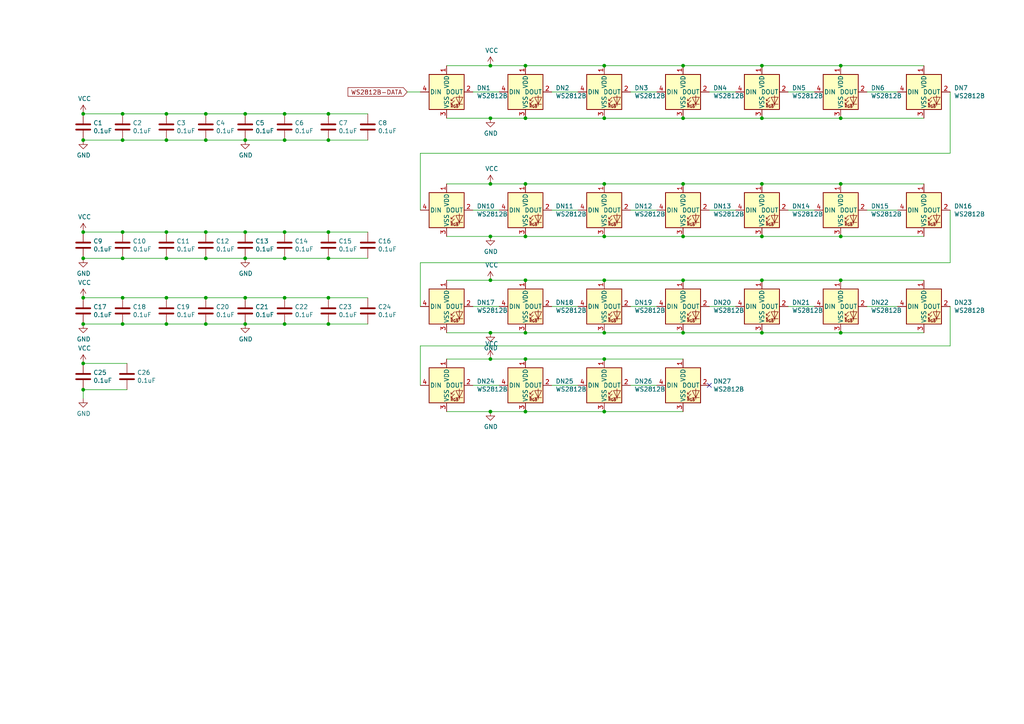
<source format=kicad_sch>
(kicad_sch (version 20211123) (generator eeschema)
  (paper "A4")
  (lib_symbols
    (symbol "Device:C" (pin_numbers hide) (pin_names (offset 0.254))
      (property "Reference" "C" (at 0.635 2.54 0))
      (property "Value" "C" (at 0.635 -2.54 0))
      (symbol "C_0_1"
        (polyline (pts (xy -2.032 -0.762) (xy 2.032 -0.762)) (stroke (width 0.508)))
        (polyline (pts (xy -2.032 0.762) (xy 2.032 0.762)) (stroke (width 0.508)))
      )
      (symbol "C_1_1"
        (pin passive line (at 0 3.81 270) (length 2.794) (name "~") (number "1"))
        (pin passive line (at 0 -3.81 90) (length 2.794) (name "~") (number "2"))
      )
    )
    (symbol "LED:WS2812B" (pin_names (offset 0.254))
      (property "Reference" "D" (at 5.08 5.715 0))
      (property "Value" "WS2812B" (at 1.27 -5.715 0))
      (symbol "WS2812B_0_0"
        (text "RGB" (at 2.286 -4.191 0) (effects (font (size 0.762 0.762))))
      )
      (symbol "WS2812B_0_1"
        (polyline (pts (xy 1.27 -3.556) (xy 1.778 -3.556)))
        (polyline (pts (xy 1.27 -2.54) (xy 1.778 -2.54)))
        (polyline (pts (xy 4.699 -3.556) (xy 2.667 -3.556)))
        (polyline (pts (xy 2.286 -2.54) (xy 1.27 -3.556) (xy 1.27 -3.048)))
        (polyline (pts (xy 2.286 -1.524) (xy 1.27 -2.54) (xy 1.27 -2.032)))
        (polyline (pts (xy 3.683 -1.016) (xy 3.683 -3.556) (xy 3.683 -4.064)))
        (polyline (pts (xy 4.699 -1.524) (xy 2.667 -1.524) (xy 3.683 -3.556) (xy 4.699 -1.524)))
        (rectangle (start 5.08 5.08) (end -5.08 -5.08) (stroke (width 0.254)) (fill (type background)))
      )
      (symbol "WS2812B_1_1"
        (pin power_in line (at 0 7.62 270) (length 2.54) (name "VDD") (number "1"))
        (pin output line (at 7.62 0 180) (length 2.54) (name "DOUT") (number "2"))
        (pin power_in line (at 0 -7.62 90) (length 2.54) (name "VSS") (number "3"))
        (pin input line (at -7.62 0 0) (length 2.54) (name "DIN") (number "4"))
      )
    )
    (symbol "power:GND" (power) (pin_names (offset 0))
      (property "Value" "GND" (at 0 -3.81 0))
      (symbol "GND_0_1"
        (polyline (pts (xy 0 0) (xy 0 -1.27) (xy 1.27 -1.27) (xy 0 -2.54) (xy -1.27 -1.27) (xy 0 -1.27)))
      )
      (symbol "GND_1_1"
        (pin power_in line (at 0 0 270) (length 0) hide (name "GND") (number "1"))
      )
    )
    (symbol "power:VCC" (power) (pin_names (offset 0))
      (property "Value" "VCC" (at 0 3.81 0))
      (symbol "VCC_0_1"
        (polyline (pts (xy -0.762 1.27) (xy 0 2.54)))
        (polyline (pts (xy 0 0) (xy 0 2.54)))
        (polyline (pts (xy 0 2.54) (xy 0.762 1.27)))
      )
      (symbol "VCC_1_1"
        (pin power_in line (at 0 0 90) (length 0) hide (name "VCC") (number "1"))
      )
    )
  )
  (junction (at 198.12 81.28))
  (junction (at 59.69 33.02))
  (junction (at 175.26 53.34))
  (junction (at 220.98 81.28))
  (junction (at 243.84 19.05))
  (junction (at 175.26 104.14))
  (junction (at 71.12 40.64))
  (junction (at 152.4 96.52))
  (junction (at 198.12 34.29))
  (junction (at 95.25 86.36))
  (junction (at 175.26 68.58))
  (junction (at 198.12 96.52))
  (junction (at 82.55 86.36))
  (junction (at 243.84 96.52))
  (junction (at 142.24 19.05))
  (junction (at 142.24 81.28))
  (junction (at 95.25 67.31))
  (junction (at 152.4 19.05))
  (junction (at 24.13 74.93))
  (junction (at 220.98 96.52))
  (junction (at 82.55 33.02))
  (junction (at 142.24 68.58))
  (junction (at 59.69 93.98))
  (junction (at 243.84 68.58))
  (junction (at 142.24 104.14))
  (junction (at 175.26 119.38))
  (junction (at 48.26 86.36))
  (junction (at 35.56 74.93))
  (junction (at 82.55 40.64))
  (junction (at 142.24 53.34))
  (junction (at 48.26 74.93))
  (junction (at 82.55 93.98))
  (junction (at 35.56 86.36))
  (junction (at 82.55 67.31))
  (junction (at 24.13 93.98))
  (junction (at 220.98 53.34))
  (junction (at 24.13 105.41))
  (junction (at 71.12 74.93))
  (junction (at 59.69 74.93))
  (junction (at 48.26 40.64))
  (junction (at 24.13 33.02))
  (junction (at 35.56 93.98))
  (junction (at 152.4 119.38))
  (junction (at 198.12 68.58))
  (junction (at 175.26 81.28))
  (junction (at 220.98 68.58))
  (junction (at 175.26 19.05))
  (junction (at 142.24 96.52))
  (junction (at 82.55 74.93))
  (junction (at 24.13 113.03))
  (junction (at 175.26 34.29))
  (junction (at 48.26 93.98))
  (junction (at 71.12 93.98))
  (junction (at 220.98 34.29))
  (junction (at 95.25 93.98))
  (junction (at 35.56 33.02))
  (junction (at 152.4 53.34))
  (junction (at 198.12 53.34))
  (junction (at 24.13 67.31))
  (junction (at 59.69 86.36))
  (junction (at 24.13 40.64))
  (junction (at 198.12 19.05))
  (junction (at 152.4 68.58))
  (junction (at 95.25 40.64))
  (junction (at 95.25 33.02))
  (junction (at 48.26 67.31))
  (junction (at 152.4 104.14))
  (junction (at 220.98 19.05))
  (junction (at 59.69 40.64))
  (junction (at 142.24 119.38))
  (junction (at 71.12 86.36))
  (junction (at 71.12 33.02))
  (junction (at 152.4 81.28))
  (junction (at 24.13 86.36))
  (junction (at 152.4 34.29))
  (junction (at 175.26 96.52))
  (junction (at 59.69 67.31))
  (junction (at 243.84 53.34))
  (junction (at 48.26 33.02))
  (junction (at 95.25 74.93))
  (junction (at 243.84 34.29))
  (junction (at 71.12 67.31))
  (junction (at 35.56 40.64))
  (junction (at 243.84 81.28))
  (junction (at 35.56 67.31))
  (junction (at 142.24 34.29))
  (no_connect (at 205.74 111.76))
  (wire (pts (xy 59.69 40.64) (xy 48.26 40.64)))
  (wire (pts (xy 152.4 34.29) (xy 175.26 34.29)))
  (wire (pts (xy 205.74 88.9) (xy 213.36 88.9)))
  (wire (pts (xy 182.88 88.9) (xy 190.5 88.9)))
  (wire (pts (xy 95.25 33.02) (xy 106.68 33.02)))
  (wire (pts (xy 152.4 119.38) (xy 175.26 119.38)))
  (wire (pts (xy 71.12 40.64) (xy 59.69 40.64)))
  (wire (pts (xy 82.55 67.31) (xy 95.25 67.31)))
  (wire (pts (xy 35.56 67.31) (xy 48.26 67.31)))
  (wire (pts (xy 48.26 74.93) (xy 35.56 74.93)))
  (wire (pts (xy 175.26 119.38) (xy 198.12 119.38)))
  (wire (pts (xy 243.84 96.52) (xy 267.97 96.52)))
  (wire (pts (xy 243.84 19.05) (xy 267.97 19.05)))
  (wire (pts (xy 198.12 19.05) (xy 175.26 19.05)))
  (wire (pts (xy 129.54 81.28) (xy 142.24 81.28)))
  (wire (pts (xy 35.56 40.64) (xy 24.13 40.64)))
  (wire (pts (xy 142.24 104.14) (xy 152.4 104.14)))
  (wire (pts (xy 82.55 33.02) (xy 95.25 33.02)))
  (wire (pts (xy 220.98 96.52) (xy 198.12 96.52)))
  (wire (pts (xy 142.24 34.29) (xy 152.4 34.29)))
  (wire (pts (xy 106.68 93.98) (xy 95.25 93.98)))
  (wire (pts (xy 137.16 26.67) (xy 144.78 26.67)))
  (wire (pts (xy 129.54 96.52) (xy 142.24 96.52)))
  (wire (pts (xy 228.6 60.96) (xy 236.22 60.96)))
  (wire (pts (xy 71.12 93.98) (xy 59.69 93.98)))
  (wire (pts (xy 121.92 44.45) (xy 121.92 60.96)))
  (wire (pts (xy 198.12 104.14) (xy 175.26 104.14)))
  (wire (pts (xy 95.25 40.64) (xy 82.55 40.64)))
  (wire (pts (xy 48.26 86.36) (xy 59.69 86.36)))
  (wire (pts (xy 129.54 119.38) (xy 142.24 119.38)))
  (wire (pts (xy 106.68 74.93) (xy 95.25 74.93)))
  (wire (pts (xy 175.26 96.52) (xy 198.12 96.52)))
  (wire (pts (xy 59.69 33.02) (xy 71.12 33.02)))
  (wire (pts (xy 121.92 88.9) (xy 121.92 76.2)))
  (wire (pts (xy 251.46 26.67) (xy 260.35 26.67)))
  (wire (pts (xy 198.12 19.05) (xy 220.98 19.05)))
  (wire (pts (xy 129.54 68.58) (xy 142.24 68.58)))
  (wire (pts (xy 160.02 60.96) (xy 167.64 60.96)))
  (wire (pts (xy 142.24 19.05) (xy 152.4 19.05)))
  (wire (pts (xy 243.84 34.29) (xy 220.98 34.29)))
  (wire (pts (xy 137.16 88.9) (xy 144.78 88.9)))
  (wire (pts (xy 121.92 44.45) (xy 275.59 44.45)))
  (wire (pts (xy 142.24 81.28) (xy 152.4 81.28)))
  (wire (pts (xy 24.13 33.02) (xy 35.56 33.02)))
  (wire (pts (xy 59.69 86.36) (xy 71.12 86.36)))
  (wire (pts (xy 142.24 68.58) (xy 152.4 68.58)))
  (wire (pts (xy 243.84 68.58) (xy 220.98 68.58)))
  (wire (pts (xy 121.92 100.33) (xy 121.92 111.76)))
  (wire (pts (xy 228.6 26.67) (xy 236.22 26.67)))
  (wire (pts (xy 142.24 96.52) (xy 152.4 96.52)))
  (wire (pts (xy 152.4 81.28) (xy 175.26 81.28)))
  (wire (pts (xy 275.59 76.2) (xy 121.92 76.2)))
  (wire (pts (xy 35.56 74.93) (xy 24.13 74.93)))
  (wire (pts (xy 35.56 93.98) (xy 24.13 93.98)))
  (wire (pts (xy 198.12 81.28) (xy 175.26 81.28)))
  (wire (pts (xy 152.4 96.52) (xy 175.26 96.52)))
  (wire (pts (xy 95.25 67.31) (xy 106.68 67.31)))
  (wire (pts (xy 160.02 111.76) (xy 167.64 111.76)))
  (wire (pts (xy 243.84 53.34) (xy 267.97 53.34)))
  (wire (pts (xy 118.11 26.67) (xy 121.92 26.67)))
  (wire (pts (xy 142.24 119.38) (xy 152.4 119.38)))
  (wire (pts (xy 205.74 26.67) (xy 213.36 26.67)))
  (wire (pts (xy 48.26 40.64) (xy 35.56 40.64)))
  (wire (pts (xy 275.59 100.33) (xy 121.92 100.33)))
  (wire (pts (xy 59.69 74.93) (xy 48.26 74.93)))
  (wire (pts (xy 243.84 34.29) (xy 267.97 34.29)))
  (wire (pts (xy 182.88 26.67) (xy 190.5 26.67)))
  (wire (pts (xy 220.98 34.29) (xy 198.12 34.29)))
  (wire (pts (xy 71.12 67.31) (xy 82.55 67.31)))
  (wire (pts (xy 71.12 86.36) (xy 82.55 86.36)))
  (wire (pts (xy 129.54 34.29) (xy 142.24 34.29)))
  (wire (pts (xy 251.46 60.96) (xy 260.35 60.96)))
  (wire (pts (xy 152.4 53.34) (xy 175.26 53.34)))
  (wire (pts (xy 36.83 113.03) (xy 24.13 113.03)))
  (wire (pts (xy 175.26 34.29) (xy 198.12 34.29)))
  (wire (pts (xy 129.54 53.34) (xy 142.24 53.34)))
  (wire (pts (xy 275.59 88.9) (xy 275.59 100.33)))
  (wire (pts (xy 175.26 68.58) (xy 198.12 68.58)))
  (wire (pts (xy 205.74 60.96) (xy 213.36 60.96)))
  (wire (pts (xy 142.24 53.34) (xy 152.4 53.34)))
  (wire (pts (xy 260.35 88.9) (xy 251.46 88.9)))
  (wire (pts (xy 35.56 86.36) (xy 48.26 86.36)))
  (wire (pts (xy 48.26 93.98) (xy 35.56 93.98)))
  (wire (pts (xy 48.26 33.02) (xy 59.69 33.02)))
  (wire (pts (xy 82.55 40.64) (xy 71.12 40.64)))
  (wire (pts (xy 243.84 81.28) (xy 267.97 81.28)))
  (wire (pts (xy 129.54 104.14) (xy 142.24 104.14)))
  (wire (pts (xy 152.4 104.14) (xy 175.26 104.14)))
  (wire (pts (xy 24.13 115.57) (xy 24.13 113.03)))
  (wire (pts (xy 82.55 86.36) (xy 95.25 86.36)))
  (wire (pts (xy 35.56 33.02) (xy 48.26 33.02)))
  (wire (pts (xy 220.98 68.58) (xy 198.12 68.58)))
  (wire (pts (xy 106.68 40.64) (xy 95.25 40.64)))
  (wire (pts (xy 243.84 19.05) (xy 220.98 19.05)))
  (wire (pts (xy 137.16 111.76) (xy 144.78 111.76)))
  (wire (pts (xy 182.88 60.96) (xy 190.5 60.96)))
  (wire (pts (xy 152.4 68.58) (xy 175.26 68.58)))
  (wire (pts (xy 129.54 19.05) (xy 142.24 19.05)))
  (wire (pts (xy 198.12 53.34) (xy 220.98 53.34)))
  (wire (pts (xy 243.84 96.52) (xy 220.98 96.52)))
  (wire (pts (xy 228.6 88.9) (xy 236.22 88.9)))
  (wire (pts (xy 24.13 67.31) (xy 35.56 67.31)))
  (wire (pts (xy 198.12 53.34) (xy 175.26 53.34)))
  (wire (pts (xy 82.55 74.93) (xy 71.12 74.93)))
  (wire (pts (xy 243.84 81.28) (xy 220.98 81.28)))
  (wire (pts (xy 95.25 93.98) (xy 82.55 93.98)))
  (wire (pts (xy 137.16 60.96) (xy 144.78 60.96)))
  (wire (pts (xy 59.69 93.98) (xy 48.26 93.98)))
  (wire (pts (xy 243.84 68.58) (xy 267.97 68.58)))
  (wire (pts (xy 24.13 86.36) (xy 35.56 86.36)))
  (wire (pts (xy 95.25 86.36) (xy 106.68 86.36)))
  (wire (pts (xy 152.4 19.05) (xy 175.26 19.05)))
  (wire (pts (xy 95.25 74.93) (xy 82.55 74.93)))
  (wire (pts (xy 198.12 81.28) (xy 220.98 81.28)))
  (wire (pts (xy 48.26 67.31) (xy 59.69 67.31)))
  (wire (pts (xy 160.02 26.67) (xy 167.64 26.67)))
  (wire (pts (xy 275.59 44.45) (xy 275.59 26.67)))
  (wire (pts (xy 82.55 93.98) (xy 71.12 93.98)))
  (wire (pts (xy 275.59 60.96) (xy 275.59 76.2)))
  (wire (pts (xy 59.69 67.31) (xy 71.12 67.31)))
  (wire (pts (xy 71.12 74.93) (xy 59.69 74.93)))
  (wire (pts (xy 36.83 105.41) (xy 24.13 105.41)))
  (wire (pts (xy 160.02 88.9) (xy 167.64 88.9)))
  (wire (pts (xy 71.12 33.02) (xy 82.55 33.02)))
  (wire (pts (xy 182.88 111.76) (xy 190.5 111.76)))
  (wire (pts (xy 243.84 53.34) (xy 220.98 53.34)))
  (global_label "WS2812B-DATA" (shape input) (at 118.11 26.67 180) (property "Intersheet References" "${INTERSHEET_REFS}" (effects hide)))
  (symbol (lib_id "power:GND") (at 24.13 115.57 0) (unit 1)
    (property "Reference" "#PWR016" (effects hide))
    (property "Value" "GND" (at 24.257 119.9642 0))
  )
  (symbol (lib_id "power:VCC") (at 24.13 105.41 0) (unit 1)
    (property "Reference" "#PWR015" (effects hide))
    (property "Value" "VCC" (at 24.511 101.0158 0))
  )
  (symbol (lib_id "Device:C") (at 24.13 109.22 0) (unit 1)
    (property "Reference" "C25" (at 27.051 108.0516 0) (effects (justify left)))
    (property "Value" "0.1uF" (at 27.051 110.363 0) (effects (justify left)))
    (property "Footprint" "Capacitor_SMD:C_0603_1608Metric_Pad1.08x0.95mm_HandSolder" (effects hide))
  )
  (symbol (lib_id "Device:C") (at 106.68 90.17 0) (unit 1)
    (property "Reference" "C24" (at 109.601 89.0016 0) (effects (justify left)))
    (property "Value" "0.1uF" (at 109.601 91.313 0) (effects (justify left)))
    (property "Footprint" "Capacitor_SMD:C_0603_1608Metric_Pad1.08x0.95mm_HandSolder" (effects hide))
  )
  (symbol (lib_id "Device:C") (at 95.25 90.17 0) (unit 1)
    (property "Reference" "C23" (at 98.171 89.0016 0) (effects (justify left)))
    (property "Value" "0.1uF" (at 98.171 91.313 0) (effects (justify left)))
    (property "Footprint" "Capacitor_SMD:C_0603_1608Metric_Pad1.08x0.95mm_HandSolder" (effects hide))
  )
  (symbol (lib_id "Device:C") (at 82.55 90.17 0) (unit 1)
    (property "Reference" "C22" (at 85.471 89.0016 0) (effects (justify left)))
    (property "Value" "0.1uF" (at 85.471 91.313 0) (effects (justify left)))
    (property "Footprint" "Capacitor_SMD:C_0603_1608Metric_Pad1.08x0.95mm_HandSolder" (effects hide))
  )
  (symbol (lib_id "power:GND") (at 71.12 93.98 0) (unit 1)
    (property "Reference" "#PWR014" (effects hide))
    (property "Value" "GND" (at 71.247 98.3742 0))
  )
  (symbol (lib_id "Device:C") (at 71.12 90.17 0) (unit 1)
    (property "Reference" "C21" (at 74.041 89.0016 0) (effects (justify left)))
    (property "Value" "0.1uF" (at 74.041 91.313 0) (effects (justify left)))
    (property "Footprint" "Capacitor_SMD:C_0603_1608Metric_Pad1.08x0.95mm_HandSolder" (effects hide))
  )
  (symbol (lib_id "Device:C") (at 59.69 90.17 0) (unit 1)
    (property "Reference" "C20" (at 62.611 89.0016 0) (effects (justify left)))
    (property "Value" "0.1uF" (at 62.611 91.313 0) (effects (justify left)))
    (property "Footprint" "Capacitor_SMD:C_0603_1608Metric_Pad1.08x0.95mm_HandSolder" (effects hide))
  )
  (symbol (lib_id "Device:C") (at 48.26 90.17 0) (unit 1)
    (property "Reference" "C19" (at 51.181 89.0016 0) (effects (justify left)))
    (property "Value" "0.1uF" (at 51.181 91.313 0) (effects (justify left)))
    (property "Footprint" "Capacitor_SMD:C_0603_1608Metric_Pad1.08x0.95mm_HandSolder" (effects hide))
  )
  (symbol (lib_id "Device:C") (at 35.56 90.17 0) (unit 1)
    (property "Reference" "C18" (at 38.481 89.0016 0) (effects (justify left)))
    (property "Value" "0.1uF" (at 38.481 91.313 0) (effects (justify left)))
    (property "Footprint" "Capacitor_SMD:C_0603_1608Metric_Pad1.08x0.95mm_HandSolder" (effects hide))
  )
  (symbol (lib_id "power:GND") (at 24.13 93.98 0) (unit 1)
    (property "Reference" "#PWR013" (effects hide))
    (property "Value" "GND" (at 24.257 98.3742 0))
  )
  (symbol (lib_id "power:VCC") (at 24.13 86.36 0) (unit 1)
    (property "Reference" "#PWR012" (effects hide))
    (property "Value" "VCC" (at 24.511 81.9658 0))
  )
  (symbol (lib_id "Device:C") (at 24.13 90.17 0) (unit 1)
    (property "Reference" "C17" (at 27.051 89.0016 0) (effects (justify left)))
    (property "Value" "0.1uF" (at 27.051 91.313 0) (effects (justify left)))
    (property "Footprint" "Capacitor_SMD:C_0603_1608Metric_Pad1.08x0.95mm_HandSolder" (effects hide))
  )
  (symbol (lib_id "Device:C") (at 106.68 71.12 0) (unit 1)
    (property "Reference" "C16" (at 109.601 69.9516 0) (effects (justify left)))
    (property "Value" "0.1uF" (at 109.601 72.263 0) (effects (justify left)))
    (property "Footprint" "Capacitor_SMD:C_0603_1608Metric_Pad1.08x0.95mm_HandSolder" (effects hide))
  )
  (symbol (lib_id "Device:C") (at 95.25 71.12 0) (unit 1)
    (property "Reference" "C15" (at 98.171 69.9516 0) (effects (justify left)))
    (property "Value" "0.1uF" (at 98.171 72.263 0) (effects (justify left)))
    (property "Footprint" "Capacitor_SMD:C_0603_1608Metric_Pad1.08x0.95mm_HandSolder" (effects hide))
  )
  (symbol (lib_id "Device:C") (at 82.55 71.12 0) (unit 1)
    (property "Reference" "C14" (at 85.471 69.9516 0) (effects (justify left)))
    (property "Value" "0.1uF" (at 85.471 72.263 0) (effects (justify left)))
    (property "Footprint" "Capacitor_SMD:C_0603_1608Metric_Pad1.08x0.95mm_HandSolder" (effects hide))
  )
  (symbol (lib_id "power:GND") (at 71.12 74.93 0) (unit 1)
    (property "Reference" "#PWR011" (effects hide))
    (property "Value" "GND" (at 71.247 79.3242 0))
  )
  (symbol (lib_id "Device:C") (at 71.12 71.12 0) (unit 1)
    (property "Reference" "C13" (at 74.041 69.9516 0) (effects (justify left)))
    (property "Value" "0.1uF" (at 74.041 72.263 0) (effects (justify left)))
    (property "Footprint" "Capacitor_SMD:C_0603_1608Metric_Pad1.08x0.95mm_HandSolder" (effects hide))
  )
  (symbol (lib_id "Device:C") (at 59.69 71.12 0) (unit 1)
    (property "Reference" "C12" (at 62.611 69.9516 0) (effects (justify left)))
    (property "Value" "0.1uF" (at 62.611 72.263 0) (effects (justify left)))
    (property "Footprint" "Capacitor_SMD:C_0603_1608Metric_Pad1.08x0.95mm_HandSolder" (effects hide))
  )
  (symbol (lib_id "Device:C") (at 48.26 71.12 0) (unit 1)
    (property "Reference" "C11" (at 51.181 69.9516 0) (effects (justify left)))
    (property "Value" "0.1uF" (at 51.181 72.263 0) (effects (justify left)))
    (property "Footprint" "Capacitor_SMD:C_0603_1608Metric_Pad1.08x0.95mm_HandSolder" (effects hide))
  )
  (symbol (lib_id "Device:C") (at 35.56 71.12 0) (unit 1)
    (property "Reference" "C10" (at 38.481 69.9516 0) (effects (justify left)))
    (property "Value" "0.1uF" (at 38.481 72.263 0) (effects (justify left)))
    (property "Footprint" "Capacitor_SMD:C_0603_1608Metric_Pad1.08x0.95mm_HandSolder" (effects hide))
  )
  (symbol (lib_id "power:GND") (at 24.13 74.93 0) (unit 1)
    (property "Reference" "#PWR010" (effects hide))
    (property "Value" "GND" (at 24.257 79.3242 0))
  )
  (symbol (lib_id "power:VCC") (at 24.13 67.31 0) (unit 1)
    (property "Reference" "#PWR09" (effects hide))
    (property "Value" "VCC" (at 24.511 62.9158 0))
  )
  (symbol (lib_id "Device:C") (at 24.13 71.12 0) (unit 1)
    (property "Reference" "C9" (at 27.051 69.9516 0) (effects (justify left)))
    (property "Value" "0.1uF" (at 27.051 72.263 0) (effects (justify left)))
    (property "Footprint" "Capacitor_SMD:C_0603_1608Metric_Pad1.08x0.95mm_HandSolder" (effects hide))
  )
  (symbol (lib_id "Device:C") (at 36.83 109.22 0) (unit 1)
    (property "Reference" "C26" (at 39.751 108.0516 0) (effects (justify left)))
    (property "Value" "0.1uF" (at 39.751 110.363 0) (effects (justify left)))
    (property "Footprint" "Capacitor_SMD:C_0603_1608Metric_Pad1.08x0.95mm_HandSolder" (effects hide))
  )
  (symbol (lib_id "Device:C") (at 24.13 36.83 0) (unit 1)
    (property "Reference" "C1" (at 27.051 35.6616 0) (effects (justify left)))
    (property "Value" "0.1uF" (at 27.051 37.973 0) (effects (justify left)))
    (property "Footprint" "Capacitor_SMD:C_0603_1608Metric_Pad1.08x0.95mm_HandSolder" (effects hide))
  )
  (symbol (lib_id "power:VCC") (at 24.13 33.02 0) (unit 1)
    (property "Reference" "#PWR0103" (effects hide))
    (property "Value" "VCC" (at 24.511 28.6258 0))
  )
  (symbol (lib_id "power:GND") (at 24.13 40.64 0) (unit 1)
    (property "Reference" "#PWR0104" (effects hide))
    (property "Value" "GND" (at 24.257 45.0342 0))
  )
  (symbol (lib_id "Device:C") (at 35.56 36.83 0) (unit 1)
    (property "Reference" "C2" (at 38.481 35.6616 0) (effects (justify left)))
    (property "Value" "0.1uF" (at 38.481 37.973 0) (effects (justify left)))
    (property "Footprint" "Capacitor_SMD:C_0603_1608Metric_Pad1.08x0.95mm_HandSolder" (effects hide))
  )
  (symbol (lib_id "Device:C") (at 48.26 36.83 0) (unit 1)
    (property "Reference" "C3" (at 51.181 35.6616 0) (effects (justify left)))
    (property "Value" "0.1uF" (at 51.181 37.973 0) (effects (justify left)))
    (property "Footprint" "Capacitor_SMD:C_0603_1608Metric_Pad1.08x0.95mm_HandSolder" (effects hide))
  )
  (symbol (lib_id "Device:C") (at 59.69 36.83 0) (unit 1)
    (property "Reference" "C4" (at 62.611 35.6616 0) (effects (justify left)))
    (property "Value" "0.1uF" (at 62.611 37.973 0) (effects (justify left)))
    (property "Footprint" "Capacitor_SMD:C_0603_1608Metric_Pad1.08x0.95mm_HandSolder" (effects hide))
  )
  (symbol (lib_id "Device:C") (at 71.12 36.83 0) (unit 1)
    (property "Reference" "C5" (at 74.041 35.6616 0) (effects (justify left)))
    (property "Value" "0.1uF" (at 74.041 37.973 0) (effects (justify left)))
    (property "Footprint" "Capacitor_SMD:C_0603_1608Metric_Pad1.08x0.95mm_HandSolder" (effects hide))
  )
  (symbol (lib_id "power:GND") (at 71.12 40.64 0) (unit 1)
    (property "Reference" "#PWR0105" (effects hide))
    (property "Value" "GND" (at 71.247 45.0342 0))
  )
  (symbol (lib_id "Device:C") (at 82.55 36.83 0) (unit 1)
    (property "Reference" "C6" (at 85.471 35.6616 0) (effects (justify left)))
    (property "Value" "0.1uF" (at 85.471 37.973 0) (effects (justify left)))
    (property "Footprint" "Capacitor_SMD:C_0603_1608Metric_Pad1.08x0.95mm_HandSolder" (effects hide))
  )
  (symbol (lib_id "Device:C") (at 95.25 36.83 0) (unit 1)
    (property "Reference" "C7" (at 98.171 35.6616 0) (effects (justify left)))
    (property "Value" "0.1uF" (at 98.171 37.973 0) (effects (justify left)))
    (property "Footprint" "Capacitor_SMD:C_0603_1608Metric_Pad1.08x0.95mm_HandSolder" (effects hide))
  )
  (symbol (lib_id "Device:C") (at 106.68 36.83 0) (unit 1)
    (property "Reference" "C8" (at 109.601 35.6616 0) (effects (justify left)))
    (property "Value" "0.1uF" (at 109.601 37.973 0) (effects (justify left)))
    (property "Footprint" "Capacitor_SMD:C_0603_1608Metric_Pad1.08x0.95mm_HandSolder" (effects hide))
  )
  (symbol (lib_id "LED:WS2812B") (at 129.54 26.67 0) (unit 1)
    (property "Reference" "DN1" (at 138.2776 25.5016 0) (effects (justify left)))
    (property "Value" "WS2812B" (at 138.2776 27.813 0) (effects (justify left)))
    (property "Footprint" "LED_SMD:LED_WS2812B_PLCC4_5.0x5.0mm_P3.2mm" (effects hide))
    (property "Datasheet" "https://cdn-shop.adafruit.com/datasheets/WS2812B.pdf" (effects hide))
  )
  (symbol (lib_id "LED:WS2812B") (at 152.4 26.67 0) (unit 1)
    (property "Reference" "DN2" (at 161.1376 25.5016 0) (effects (justify left)))
    (property "Value" "WS2812B" (at 161.1376 27.813 0) (effects (justify left)))
    (property "Footprint" "LED_SMD:LED_WS2812B_PLCC4_5.0x5.0mm_P3.2mm" (effects hide))
    (property "Datasheet" "https://cdn-shop.adafruit.com/datasheets/WS2812B.pdf" (effects hide))
  )
  (symbol (lib_id "LED:WS2812B") (at 175.26 26.67 0) (unit 1)
    (property "Reference" "DN3" (at 183.9976 25.5016 0) (effects (justify left)))
    (property "Value" "WS2812B" (at 183.9976 27.813 0) (effects (justify left)))
    (property "Footprint" "LED_SMD:LED_WS2812B_PLCC4_5.0x5.0mm_P3.2mm" (effects hide))
    (property "Datasheet" "https://cdn-shop.adafruit.com/datasheets/WS2812B.pdf" (effects hide))
  )
  (symbol (lib_id "LED:WS2812B") (at 198.12 26.67 0) (unit 1)
    (property "Reference" "DN4" (at 206.8576 25.5016 0) (effects (justify left)))
    (property "Value" "WS2812B" (at 206.8576 27.813 0) (effects (justify left)))
    (property "Footprint" "LED_SMD:LED_WS2812B_PLCC4_5.0x5.0mm_P3.2mm" (effects hide))
    (property "Datasheet" "https://cdn-shop.adafruit.com/datasheets/WS2812B.pdf" (effects hide))
  )
  (symbol (lib_id "LED:WS2812B") (at 220.98 26.67 0) (unit 1)
    (property "Reference" "DN5" (at 229.7176 25.5016 0) (effects (justify left)))
    (property "Value" "WS2812B" (at 229.7176 27.813 0) (effects (justify left)))
    (property "Footprint" "LED_SMD:LED_WS2812B_PLCC4_5.0x5.0mm_P3.2mm" (effects hide))
    (property "Datasheet" "https://cdn-shop.adafruit.com/datasheets/WS2812B.pdf" (effects hide))
  )
  (symbol (lib_id "LED:WS2812B") (at 243.84 26.67 0) (unit 1)
    (property "Reference" "DN6" (at 252.5776 25.5016 0) (effects (justify left)))
    (property "Value" "WS2812B" (at 252.5776 27.813 0) (effects (justify left)))
    (property "Footprint" "LED_SMD:LED_WS2812B_PLCC4_5.0x5.0mm_P3.2mm" (effects hide))
    (property "Datasheet" "https://cdn-shop.adafruit.com/datasheets/WS2812B.pdf" (effects hide))
  )
  (symbol (lib_id "power:GND") (at 142.24 34.29 0) (unit 1)
    (property "Reference" "#PWR0101" (effects hide))
    (property "Value" "GND" (at 142.367 38.6842 0))
  )
  (symbol (lib_id "power:VCC") (at 142.24 19.05 0) (unit 1)
    (property "Reference" "#PWR0102" (effects hide))
    (property "Value" "VCC" (at 142.621 14.6558 0))
  )
  (symbol (lib_id "LED:WS2812B") (at 267.97 26.67 0) (unit 1)
    (property "Reference" "DN7" (at 276.7076 25.5016 0) (effects (justify left)))
    (property "Value" "WS2812B" (at 276.7076 27.813 0) (effects (justify left)))
    (property "Footprint" "LED_SMD:LED_WS2812B_PLCC4_5.0x5.0mm_P3.2mm" (effects hide))
    (property "Datasheet" "https://cdn-shop.adafruit.com/datasheets/WS2812B.pdf" (effects hide))
  )
  (symbol (lib_id "LED:WS2812B") (at 129.54 60.96 0) (unit 1)
    (property "Reference" "DN10" (at 138.2776 59.7916 0) (effects (justify left)))
    (property "Value" "WS2812B" (at 138.2776 62.103 0) (effects (justify left)))
    (property "Footprint" "LED_SMD:LED_WS2812B_PLCC4_5.0x5.0mm_P3.2mm" (effects hide))
    (property "Datasheet" "https://cdn-shop.adafruit.com/datasheets/WS2812B.pdf" (effects hide))
  )
  (symbol (lib_id "LED:WS2812B") (at 152.4 60.96 0) (unit 1)
    (property "Reference" "DN11" (at 161.1376 59.7916 0) (effects (justify left)))
    (property "Value" "WS2812B" (at 161.1376 62.103 0) (effects (justify left)))
    (property "Footprint" "LED_SMD:LED_WS2812B_PLCC4_5.0x5.0mm_P3.2mm" (effects hide))
    (property "Datasheet" "https://cdn-shop.adafruit.com/datasheets/WS2812B.pdf" (effects hide))
  )
  (symbol (lib_id "LED:WS2812B") (at 175.26 60.96 0) (unit 1)
    (property "Reference" "DN12" (at 183.9976 59.7916 0) (effects (justify left)))
    (property "Value" "WS2812B" (at 183.9976 62.103 0) (effects (justify left)))
    (property "Footprint" "LED_SMD:LED_WS2812B_PLCC4_5.0x5.0mm_P3.2mm" (effects hide))
    (property "Datasheet" "https://cdn-shop.adafruit.com/datasheets/WS2812B.pdf" (effects hide))
  )
  (symbol (lib_id "LED:WS2812B") (at 198.12 60.96 0) (unit 1)
    (property "Reference" "DN13" (at 206.8576 59.7916 0) (effects (justify left)))
    (property "Value" "WS2812B" (at 206.8576 62.103 0) (effects (justify left)))
    (property "Footprint" "LED_SMD:LED_WS2812B_PLCC4_5.0x5.0mm_P3.2mm" (effects hide))
    (property "Datasheet" "https://cdn-shop.adafruit.com/datasheets/WS2812B.pdf" (effects hide))
  )
  (symbol (lib_id "LED:WS2812B") (at 220.98 60.96 0) (unit 1)
    (property "Reference" "DN14" (at 229.7176 59.7916 0) (effects (justify left)))
    (property "Value" "WS2812B" (at 229.7176 62.103 0) (effects (justify left)))
    (property "Footprint" "LED_SMD:LED_WS2812B_PLCC4_5.0x5.0mm_P3.2mm" (effects hide))
    (property "Datasheet" "https://cdn-shop.adafruit.com/datasheets/WS2812B.pdf" (effects hide))
  )
  (symbol (lib_id "LED:WS2812B") (at 243.84 60.96 0) (unit 1)
    (property "Reference" "DN15" (at 252.5776 59.7916 0) (effects (justify left)))
    (property "Value" "WS2812B" (at 252.5776 62.103 0) (effects (justify left)))
    (property "Footprint" "LED_SMD:LED_WS2812B_PLCC4_5.0x5.0mm_P3.2mm" (effects hide))
    (property "Datasheet" "https://cdn-shop.adafruit.com/datasheets/WS2812B.pdf" (effects hide))
  )
  (symbol (lib_id "power:GND") (at 142.24 68.58 0) (unit 1)
    (property "Reference" "#PWR018" (effects hide))
    (property "Value" "GND" (at 142.367 72.9742 0))
  )
  (symbol (lib_id "power:VCC") (at 142.24 53.34 0) (unit 1)
    (property "Reference" "#PWR017" (effects hide))
    (property "Value" "VCC" (at 142.621 48.9458 0))
  )
  (symbol (lib_id "LED:WS2812B") (at 267.97 60.96 0) (unit 1)
    (property "Reference" "DN16" (at 276.7076 59.7916 0) (effects (justify left)))
    (property "Value" "WS2812B" (at 276.7076 62.103 0) (effects (justify left)))
    (property "Footprint" "LED_SMD:LED_WS2812B_PLCC4_5.0x5.0mm_P3.2mm" (effects hide))
    (property "Datasheet" "https://cdn-shop.adafruit.com/datasheets/WS2812B.pdf" (effects hide))
  )
  (symbol (lib_id "LED:WS2812B") (at 129.54 88.9 0) (unit 1)
    (property "Reference" "DN17" (at 138.2776 87.7316 0) (effects (justify left)))
    (property "Value" "WS2812B" (at 138.2776 90.043 0) (effects (justify left)))
    (property "Footprint" "LED_SMD:LED_WS2812B_PLCC4_5.0x5.0mm_P3.2mm" (effects hide))
    (property "Datasheet" "https://cdn-shop.adafruit.com/datasheets/WS2812B.pdf" (effects hide))
  )
  (symbol (lib_id "LED:WS2812B") (at 152.4 88.9 0) (unit 1)
    (property "Reference" "DN18" (at 161.1376 87.7316 0) (effects (justify left)))
    (property "Value" "WS2812B" (at 161.1376 90.043 0) (effects (justify left)))
    (property "Footprint" "LED_SMD:LED_WS2812B_PLCC4_5.0x5.0mm_P3.2mm" (effects hide))
    (property "Datasheet" "https://cdn-shop.adafruit.com/datasheets/WS2812B.pdf" (effects hide))
  )
  (symbol (lib_id "LED:WS2812B") (at 175.26 88.9 0) (unit 1)
    (property "Reference" "DN19" (at 183.9976 87.7316 0) (effects (justify left)))
    (property "Value" "WS2812B" (at 183.9976 90.043 0) (effects (justify left)))
    (property "Footprint" "LED_SMD:LED_WS2812B_PLCC4_5.0x5.0mm_P3.2mm" (effects hide))
    (property "Datasheet" "https://cdn-shop.adafruit.com/datasheets/WS2812B.pdf" (effects hide))
  )
  (symbol (lib_id "LED:WS2812B") (at 198.12 88.9 0) (unit 1)
    (property "Reference" "DN20" (at 206.8576 87.7316 0) (effects (justify left)))
    (property "Value" "WS2812B" (at 206.8576 90.043 0) (effects (justify left)))
    (property "Footprint" "LED_SMD:LED_WS2812B_PLCC4_5.0x5.0mm_P3.2mm" (effects hide))
    (property "Datasheet" "https://cdn-shop.adafruit.com/datasheets/WS2812B.pdf" (effects hide))
  )
  (symbol (lib_id "LED:WS2812B") (at 220.98 88.9 0) (unit 1)
    (property "Reference" "DN21" (at 229.7176 87.7316 0) (effects (justify left)))
    (property "Value" "WS2812B" (at 229.7176 90.043 0) (effects (justify left)))
    (property "Footprint" "LED_SMD:LED_WS2812B_PLCC4_5.0x5.0mm_P3.2mm" (effects hide))
    (property "Datasheet" "https://cdn-shop.adafruit.com/datasheets/WS2812B.pdf" (effects hide))
  )
  (symbol (lib_id "LED:WS2812B") (at 243.84 88.9 0) (unit 1)
    (property "Reference" "DN22" (at 252.5776 87.7316 0) (effects (justify left)))
    (property "Value" "WS2812B" (at 252.5776 90.043 0) (effects (justify left)))
    (property "Footprint" "LED_SMD:LED_WS2812B_PLCC4_5.0x5.0mm_P3.2mm" (effects hide))
    (property "Datasheet" "https://cdn-shop.adafruit.com/datasheets/WS2812B.pdf" (effects hide))
  )
  (symbol (lib_id "power:GND") (at 142.24 96.52 0) (unit 1)
    (property "Reference" "#PWR020" (effects hide))
    (property "Value" "GND" (at 142.367 100.9142 0))
  )
  (symbol (lib_id "power:VCC") (at 142.24 81.28 0) (unit 1)
    (property "Reference" "#PWR019" (effects hide))
    (property "Value" "VCC" (at 142.621 76.8858 0))
  )
  (symbol (lib_id "LED:WS2812B") (at 267.97 88.9 0) (unit 1)
    (property "Reference" "DN23" (at 276.7076 87.7316 0) (effects (justify left)))
    (property "Value" "WS2812B" (at 276.7076 90.043 0) (effects (justify left)))
    (property "Footprint" "LED_SMD:LED_WS2812B_PLCC4_5.0x5.0mm_P3.2mm" (effects hide))
    (property "Datasheet" "https://cdn-shop.adafruit.com/datasheets/WS2812B.pdf" (effects hide))
  )
  (symbol (lib_id "LED:WS2812B") (at 129.54 111.76 0) (unit 1)
    (property "Reference" "DN24" (at 138.2776 110.5916 0) (effects (justify left)))
    (property "Value" "WS2812B" (at 138.2776 112.903 0) (effects (justify left)))
    (property "Footprint" "LED_SMD:LED_WS2812B_PLCC4_5.0x5.0mm_P3.2mm" (effects hide))
    (property "Datasheet" "https://cdn-shop.adafruit.com/datasheets/WS2812B.pdf" (effects hide))
  )
  (symbol (lib_id "LED:WS2812B") (at 152.4 111.76 0) (unit 1)
    (property "Reference" "DN25" (at 161.1376 110.5916 0) (effects (justify left)))
    (property "Value" "WS2812B" (at 161.1376 112.903 0) (effects (justify left)))
    (property "Footprint" "LED_SMD:LED_WS2812B_PLCC4_5.0x5.0mm_P3.2mm" (effects hide))
    (property "Datasheet" "https://cdn-shop.adafruit.com/datasheets/WS2812B.pdf" (effects hide))
  )
  (symbol (lib_id "LED:WS2812B") (at 175.26 111.76 0) (unit 1)
    (property "Reference" "DN26" (at 183.9976 110.5916 0) (effects (justify left)))
    (property "Value" "WS2812B" (at 183.9976 112.903 0) (effects (justify left)))
    (property "Footprint" "LED_SMD:LED_WS2812B_PLCC4_5.0x5.0mm_P3.2mm" (effects hide))
    (property "Datasheet" "https://cdn-shop.adafruit.com/datasheets/WS2812B.pdf" (effects hide))
  )
  (symbol (lib_id "LED:WS2812B") (at 198.12 111.76 0) (unit 1)
    (property "Reference" "DN27" (at 206.8576 110.5916 0) (effects (justify left)))
    (property "Value" "WS2812B" (at 206.8576 112.903 0) (effects (justify left)))
    (property "Footprint" "LED_SMD:LED_WS2812B_PLCC4_5.0x5.0mm_P3.2mm" (effects hide))
    (property "Datasheet" "https://cdn-shop.adafruit.com/datasheets/WS2812B.pdf" (effects hide))
  )
  (symbol (lib_id "power:GND") (at 142.24 119.38 0) (unit 1)
    (property "Reference" "#PWR022" (effects hide))
    (property "Value" "GND" (at 142.367 123.7742 0))
  )
  (symbol (lib_id "power:VCC") (at 142.24 104.14 0) (unit 1)
    (property "Reference" "#PWR021" (effects hide))
    (property "Value" "VCC" (at 142.621 99.7458 0))
  )
)
</source>
